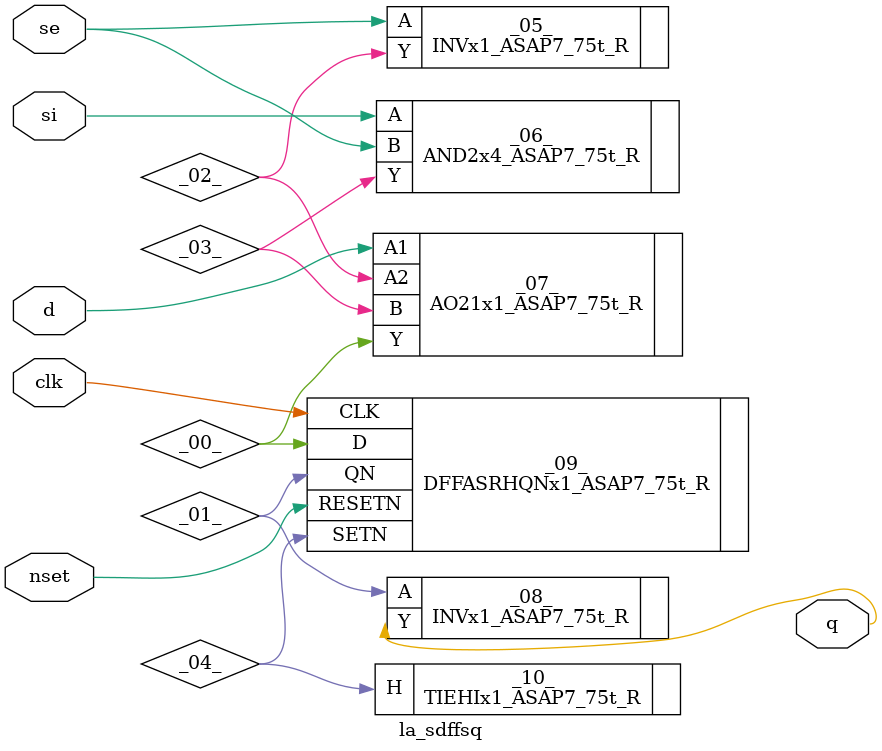
<source format=v>

/* Generated by Yosys 0.40 (git sha1 a1bb0255d, g++ 11.4.0-1ubuntu1~22.04 -fPIC -Os) */

module la_sdffsq(d, si, se, clk, nset, q);
  wire _00_;
  wire _01_;
  wire _02_;
  wire _03_;
  wire _04_;
  input clk;
  wire clk;
  input d;
  wire d;
  input nset;
  wire nset;
  output q;
  wire q;
  input se;
  wire se;
  input si;
  wire si;
  INVx1_ASAP7_75t_R _05_ (
    .A(se),
    .Y(_02_)
  );
  AND2x4_ASAP7_75t_R _06_ (
    .A(si),
    .B(se),
    .Y(_03_)
  );
  AO21x1_ASAP7_75t_R _07_ (
    .A1(d),
    .A2(_02_),
    .B(_03_),
    .Y(_00_)
  );
  INVx1_ASAP7_75t_R _08_ (
    .A(_01_),
    .Y(q)
  );
  DFFASRHQNx1_ASAP7_75t_R _09_ (
    .CLK(clk),
    .D(_00_),
    .QN(_01_),
    .RESETN(nset),
    .SETN(_04_)
  );
  TIEHIx1_ASAP7_75t_R _10_ (
    .H(_04_)
  );
endmodule

</source>
